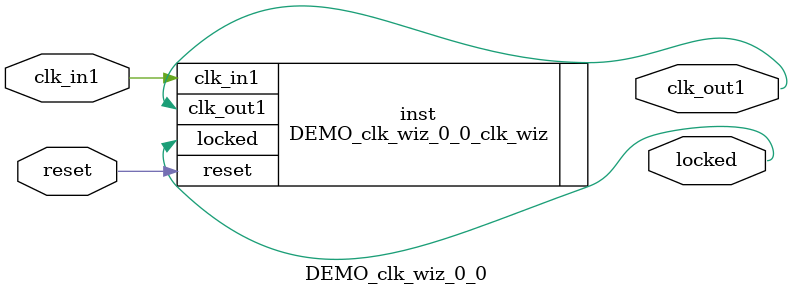
<source format=v>


`timescale 1ps/1ps

(* CORE_GENERATION_INFO = "DEMO_clk_wiz_0_0,clk_wiz_v6_0_5_0_0,{component_name=DEMO_clk_wiz_0_0,use_phase_alignment=true,use_min_o_jitter=false,use_max_i_jitter=false,use_dyn_phase_shift=false,use_inclk_switchover=false,use_dyn_reconfig=false,enable_axi=0,feedback_source=FDBK_AUTO,PRIMITIVE=MMCM,num_out_clk=1,clkin1_period=8.000,clkin2_period=10.000,use_power_down=false,use_reset=true,use_locked=true,use_inclk_stopped=false,feedback_type=SINGLE,CLOCK_MGR_TYPE=NA,manual_override=false}" *)

module DEMO_clk_wiz_0_0 
 (
  // Clock out ports
  output        clk_out1,
  // Status and control signals
  input         reset,
  output        locked,
 // Clock in ports
  input         clk_in1
 );

  DEMO_clk_wiz_0_0_clk_wiz inst
  (
  // Clock out ports  
  .clk_out1(clk_out1),
  // Status and control signals               
  .reset(reset), 
  .locked(locked),
 // Clock in ports
  .clk_in1(clk_in1)
  );

endmodule

</source>
